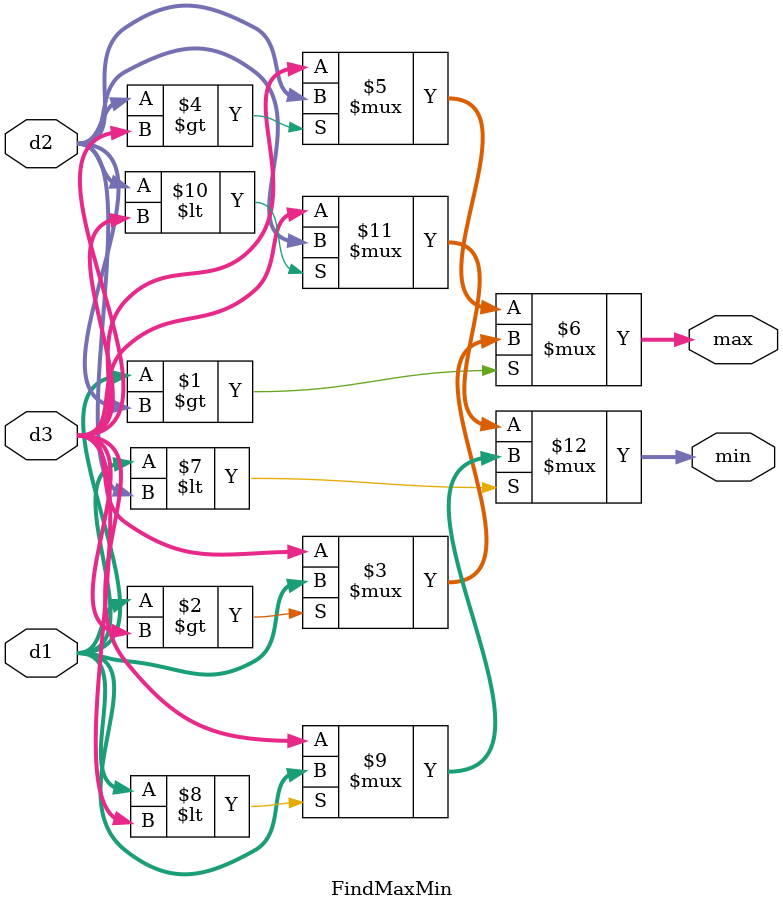
<source format=v>
/*
module FindMaxMin(Cmax, Cmin, R_temp, G_temp, B_temp);
output reg [31:0] Cmax, Cmin;
input [31:0] R_temp, G_temp, B_temp;

always @(*) begin
	Cmax = R_temp;
	Cmin = R_temp;
	// tim max
	if (G_temp > Cmax)
		Cmax = G_temp;
	if (B_temp > Cmax)
		Cmax = B_temp;
	// tim min
	if (G_temp < Cmin)
		Cmin = G_temp;
	if (B_temp < Cmin)
		Cmin = B_temp;
end

endmodule
*/
module FindMaxMin(max, min, d1, d2, d3);
	output [32-1:0] max, min;
	input [32-1:0] d1, d2, d3;
	
	// tim max, min voi d1, d2, d3 deu la cac so duong
	assign max = (d1>d2) ? ((d1>d3) ? d1 : d3) : ((d2>d3) ? d2 : d3);
	assign min = (d1<d2) ? ((d1<d3) ? d1 : d3) : ((d2<d3) ? d2 : d3);
endmodule
</source>
